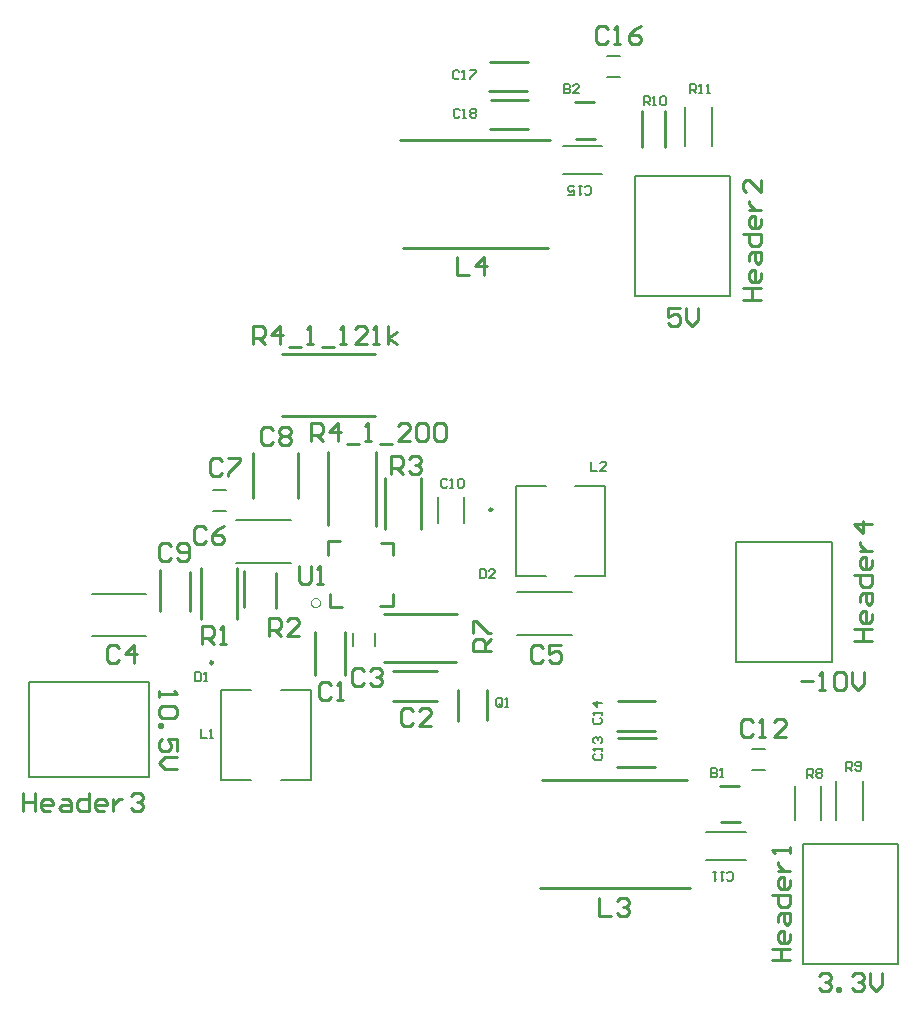
<source format=gto>
G04*
G04 #@! TF.GenerationSoftware,Altium Limited,Altium Designer,22.10.1 (41)*
G04*
G04 Layer_Color=65535*
%FSLAX25Y25*%
%MOIN*%
G70*
G04*
G04 #@! TF.SameCoordinates,856B5BD7-418A-478B-963B-D84CAA773F5C*
G04*
G04*
G04 #@! TF.FilePolarity,Positive*
G04*
G01*
G75*
%ADD10C,0.00394*%
%ADD11C,0.00984*%
%ADD12C,0.01000*%
%ADD13C,0.00787*%
%ADD14C,0.00700*%
D10*
X322378Y268657D02*
G03*
X322378Y268657I1414J-707D01*
G01*
D11*
X382579Y299153D02*
G03*
X382579Y299153I-492J0D01*
G01*
X289390Y248130D02*
G03*
X289390Y248130I-492J0D01*
G01*
D12*
X349378Y284157D02*
Y288158D01*
X345378D02*
X349378D01*
Y267158D02*
Y271188D01*
X345253Y267158D02*
X349378D01*
X327878Y284188D02*
Y288657D01*
X331848D01*
X328378Y266657D02*
X332408D01*
X328378D02*
Y271188D01*
X351677Y422217D02*
X401677D01*
X352677Y386216D02*
X401177D01*
X398520Y172862D02*
X448520D01*
X399020Y208862D02*
X447520D01*
X349575Y245256D02*
X364043D01*
X349575Y235256D02*
X364142D01*
X323543Y243929D02*
Y258496D01*
X333543Y244028D02*
Y258496D01*
X346358Y248327D02*
X370374D01*
X346358Y264469D02*
X370768D01*
X310433Y266339D02*
Y278150D01*
X299803Y266732D02*
Y278543D01*
X346756Y292783D02*
Y309784D01*
X358756Y292783D02*
Y309784D01*
X312402Y351181D02*
X343504D01*
X312402Y330315D02*
X343504D01*
X327658Y294193D02*
Y318209D01*
X343799Y293799D02*
Y318209D01*
X317736Y303051D02*
Y318051D01*
X302736Y303051D02*
Y318051D01*
X271878Y265476D02*
Y278976D01*
X281878Y265476D02*
Y278476D01*
X285437Y262567D02*
Y279567D01*
X297437Y262567D02*
Y279567D01*
X424409Y223130D02*
X437008D01*
X424213Y213386D02*
X436811D01*
X424311Y235236D02*
X436909D01*
X424114Y225492D02*
X436713D01*
X458890Y194882D02*
X465189D01*
X458591Y206968D02*
X464890D01*
X410165Y434921D02*
X416465D01*
X410465Y422835D02*
X416764D01*
X440059Y420177D02*
Y431988D01*
X432382Y420177D02*
Y431988D01*
X381594Y438681D02*
X394193D01*
X381791Y448425D02*
X394390D01*
X381791Y425886D02*
X394390D01*
X381988Y435630D02*
X394587D01*
X371260Y228642D02*
Y238878D01*
X380709Y229035D02*
Y238878D01*
X491500Y143598D02*
X492500Y144598D01*
X494499D01*
X495499Y143598D01*
Y142599D01*
X494499Y141599D01*
X493499D01*
X494499D01*
X495499Y140599D01*
Y139600D01*
X494499Y138600D01*
X492500D01*
X491500Y139600D01*
X497498Y138600D02*
Y139600D01*
X498498D01*
Y138600D01*
X497498D01*
X502496Y143598D02*
X503496Y144598D01*
X505496D01*
X506495Y143598D01*
Y142599D01*
X505496Y141599D01*
X504496D01*
X505496D01*
X506495Y140599D01*
Y139600D01*
X505496Y138600D01*
X503496D01*
X502496Y139600D01*
X508495Y144598D02*
Y140599D01*
X510494Y138600D01*
X512493Y140599D01*
Y144598D01*
X271400Y238800D02*
Y236801D01*
Y237800D01*
X277398D01*
X276398Y238800D01*
Y233802D02*
X277398Y232802D01*
Y230803D01*
X276398Y229803D01*
X272400D01*
X271400Y230803D01*
Y232802D01*
X272400Y233802D01*
X276398D01*
X271400Y227804D02*
X272400D01*
Y226804D01*
X271400D01*
Y227804D01*
X277398Y218807D02*
Y222805D01*
X274399D01*
X275399Y220806D01*
Y219806D01*
X274399Y218807D01*
X272400D01*
X271400Y219806D01*
Y221806D01*
X272400Y222805D01*
X277398Y216807D02*
X273399D01*
X271400Y214808D01*
X273399Y212808D01*
X277398D01*
X485600Y242099D02*
X489599D01*
X491598Y239100D02*
X493597D01*
X492598D01*
Y245098D01*
X491598Y244098D01*
X496596D02*
X497596Y245098D01*
X499595D01*
X500595Y244098D01*
Y240100D01*
X499595Y239100D01*
X497596D01*
X496596Y240100D01*
Y244098D01*
X502595Y245098D02*
Y241099D01*
X504594Y239100D01*
X506593Y241099D01*
Y245098D01*
X444999Y366198D02*
X441000D01*
Y363199D01*
X442999Y364199D01*
X443999D01*
X444999Y363199D01*
Y361200D01*
X443999Y360200D01*
X442000D01*
X441000Y361200D01*
X446998Y366198D02*
Y362199D01*
X448997Y360200D01*
X450997Y362199D01*
Y366198D01*
X318101Y280499D02*
Y275501D01*
X319101Y274501D01*
X321100D01*
X322100Y275501D01*
Y280499D01*
X324099Y274501D02*
X326099D01*
X325099D01*
Y280499D01*
X324099Y279499D01*
X503202Y255302D02*
X509200D01*
X506201D01*
Y259300D01*
X503202D01*
X509200D01*
Y264299D02*
Y262299D01*
X508200Y261300D01*
X506201D01*
X505201Y262299D01*
Y264299D01*
X506201Y265299D01*
X507200D01*
Y261300D01*
X505201Y268298D02*
Y270297D01*
X506201Y271297D01*
X509200D01*
Y268298D01*
X508200Y267298D01*
X507200Y268298D01*
Y271297D01*
X503202Y277295D02*
X509200D01*
Y274296D01*
X508200Y273296D01*
X506201D01*
X505201Y274296D01*
Y277295D01*
X509200Y282293D02*
Y280294D01*
X508200Y279294D01*
X506201D01*
X505201Y280294D01*
Y282293D01*
X506201Y283293D01*
X507200D01*
Y279294D01*
X505201Y285292D02*
X509200D01*
X507200D01*
X506201Y286292D01*
X505201Y287291D01*
Y288291D01*
X509200Y294289D02*
X503202D01*
X506201Y291290D01*
Y295289D01*
X466095Y369081D02*
X472093D01*
X469095D01*
Y373080D01*
X466095D01*
X472093D01*
Y378078D02*
Y376079D01*
X471094Y375079D01*
X469095D01*
X468095Y376079D01*
Y378078D01*
X469095Y379078D01*
X470094D01*
Y375079D01*
X468095Y382077D02*
Y384076D01*
X469095Y385076D01*
X472093D01*
Y382077D01*
X471094Y381077D01*
X470094Y382077D01*
Y385076D01*
X466095Y391074D02*
X472093D01*
Y388075D01*
X471094Y387075D01*
X469095D01*
X468095Y388075D01*
Y391074D01*
X472093Y396073D02*
Y394073D01*
X471094Y393074D01*
X469095D01*
X468095Y394073D01*
Y396073D01*
X469095Y397072D01*
X470094D01*
Y393074D01*
X468095Y399072D02*
X472093D01*
X470094D01*
X469095Y400071D01*
X468095Y401071D01*
Y402071D01*
X472093Y409068D02*
Y405070D01*
X468095Y409068D01*
X467095D01*
X466095Y408069D01*
Y406069D01*
X467095Y405070D01*
X226266Y204574D02*
Y198576D01*
Y201575D01*
X230265D01*
Y204574D01*
Y198576D01*
X235263D02*
X233264D01*
X232264Y199575D01*
Y201575D01*
X233264Y202574D01*
X235263D01*
X236263Y201575D01*
Y200575D01*
X232264D01*
X239262Y202574D02*
X241262D01*
X242261Y201575D01*
Y198576D01*
X239262D01*
X238262Y199575D01*
X239262Y200575D01*
X242261D01*
X248259Y204574D02*
Y198576D01*
X245260D01*
X244261Y199575D01*
Y201575D01*
X245260Y202574D01*
X248259D01*
X253258Y198576D02*
X251258D01*
X250259Y199575D01*
Y201575D01*
X251258Y202574D01*
X253258D01*
X254257Y201575D01*
Y200575D01*
X250259D01*
X256257Y202574D02*
Y198576D01*
Y200575D01*
X257256Y201575D01*
X258256Y202574D01*
X259256D01*
X262255Y203574D02*
X263254Y204574D01*
X265254D01*
X266253Y203574D01*
Y202574D01*
X265254Y201575D01*
X264254D01*
X265254D01*
X266253Y200575D01*
Y199575D01*
X265254Y198576D01*
X263254D01*
X262255Y199575D01*
X475741Y148861D02*
X481739D01*
X478740D01*
Y152859D01*
X475741D01*
X481739D01*
Y157858D02*
Y155858D01*
X480739Y154859D01*
X478740D01*
X477740Y155858D01*
Y157858D01*
X478740Y158857D01*
X479740D01*
Y154859D01*
X477740Y161856D02*
Y163856D01*
X478740Y164855D01*
X481739D01*
Y161856D01*
X480739Y160857D01*
X479740Y161856D01*
Y164855D01*
X475741Y170853D02*
X481739D01*
Y167854D01*
X480739Y166855D01*
X478740D01*
X477740Y167854D01*
Y170853D01*
X481739Y175852D02*
Y173852D01*
X480739Y172853D01*
X478740D01*
X477740Y173852D01*
Y175852D01*
X478740Y176851D01*
X479740D01*
Y172853D01*
X477740Y178851D02*
X481739D01*
X479740D01*
X478740Y179850D01*
X477740Y180850D01*
Y181850D01*
X481739Y184849D02*
Y186848D01*
Y185848D01*
X475741D01*
X476741Y184849D01*
X370691Y383412D02*
Y377414D01*
X374689D01*
X379688D02*
Y383412D01*
X376689Y380413D01*
X380687D01*
X418033Y169534D02*
Y163536D01*
X422032D01*
X424031Y168535D02*
X425031Y169534D01*
X427030D01*
X428030Y168535D01*
Y167535D01*
X427030Y166535D01*
X426030D01*
X427030D01*
X428030Y165536D01*
Y164536D01*
X427030Y163536D01*
X425031D01*
X424031Y164536D01*
X421069Y459422D02*
X420070Y460422D01*
X418070D01*
X417071Y459422D01*
Y455423D01*
X418070Y454424D01*
X420070D01*
X421069Y455423D01*
X423069Y454424D02*
X425068D01*
X424068D01*
Y460422D01*
X423069Y459422D01*
X432066Y460422D02*
X430066Y459422D01*
X428067Y457423D01*
Y455423D01*
X429067Y454424D01*
X431066D01*
X432066Y455423D01*
Y456423D01*
X431066Y457423D01*
X428067D01*
X469336Y228279D02*
X468336Y229279D01*
X466337D01*
X465337Y228279D01*
Y224280D01*
X466337Y223281D01*
X468336D01*
X469336Y224280D01*
X471335Y223281D02*
X473335D01*
X472335D01*
Y229279D01*
X471335Y228279D01*
X480332Y223281D02*
X476334D01*
X480332Y227279D01*
Y228279D01*
X479332Y229279D01*
X477333D01*
X476334Y228279D01*
X339847Y245503D02*
X338847Y246503D01*
X336848D01*
X335848Y245503D01*
Y241505D01*
X336848Y240505D01*
X338847D01*
X339847Y241505D01*
X341846Y245503D02*
X342846Y246503D01*
X344845D01*
X345845Y245503D01*
Y244504D01*
X344845Y243504D01*
X343846D01*
X344845D01*
X345845Y242504D01*
Y241505D01*
X344845Y240505D01*
X342846D01*
X341846Y241505D01*
X356087Y232019D02*
X355087Y233019D01*
X353088D01*
X352088Y232019D01*
Y228020D01*
X353088Y227021D01*
X355087D01*
X356087Y228020D01*
X362085Y227021D02*
X358086D01*
X362085Y231019D01*
Y232019D01*
X361085Y233019D01*
X359086D01*
X358086Y232019D01*
X328839Y240779D02*
X327839Y241779D01*
X325840D01*
X324840Y240779D01*
Y236780D01*
X325840Y235781D01*
X327839D01*
X328839Y236780D01*
X330838Y235781D02*
X332837D01*
X331838D01*
Y241779D01*
X330838Y240779D01*
X382034Y251990D02*
X376036D01*
Y254989D01*
X377036Y255989D01*
X379035D01*
X380035Y254989D01*
Y251990D01*
Y253989D02*
X382034Y255989D01*
X376036Y257988D02*
Y261987D01*
X377036D01*
X381035Y257988D01*
X382034D01*
X308202Y257101D02*
Y263099D01*
X311201D01*
X312200Y262099D01*
Y260100D01*
X311201Y259100D01*
X308202D01*
X310201D02*
X312200Y257101D01*
X318198D02*
X314200D01*
X318198Y261100D01*
Y262099D01*
X317199Y263099D01*
X315199D01*
X314200Y262099D01*
X399394Y253181D02*
X398394Y254180D01*
X396395D01*
X395395Y253181D01*
Y249182D01*
X396395Y248182D01*
X398394D01*
X399394Y249182D01*
X405392Y254180D02*
X401393D01*
Y251181D01*
X403393Y252181D01*
X404392D01*
X405392Y251181D01*
Y249182D01*
X404392Y248182D01*
X402393D01*
X401393Y249182D01*
X348840Y311174D02*
Y317172D01*
X351839D01*
X352839Y316173D01*
Y314173D01*
X351839Y313174D01*
X348840D01*
X350839D02*
X352839Y311174D01*
X354838Y316173D02*
X355838Y317172D01*
X357837D01*
X358837Y316173D01*
Y315173D01*
X357837Y314173D01*
X356838D01*
X357837D01*
X358837Y313174D01*
Y312174D01*
X357837Y311174D01*
X355838D01*
X354838Y312174D01*
X302808Y354401D02*
Y360399D01*
X305807D01*
X306806Y359399D01*
Y357400D01*
X305807Y356400D01*
X302808D01*
X304807D02*
X306806Y354401D01*
X311805D02*
Y360399D01*
X308806Y357400D01*
X312805D01*
X314804Y353401D02*
X318803D01*
X320802Y354401D02*
X322801D01*
X321802D01*
Y360399D01*
X320802Y359399D01*
X325800Y353401D02*
X329799D01*
X331798Y354401D02*
X333798D01*
X332798D01*
Y360399D01*
X331798Y359399D01*
X340795Y354401D02*
X336797D01*
X340795Y358400D01*
Y359399D01*
X339796Y360399D01*
X337796D01*
X336797Y359399D01*
X342795Y354401D02*
X344794D01*
X343794D01*
Y360399D01*
X342795Y359399D01*
X347793Y354401D02*
Y360399D01*
Y356400D02*
X350792Y358400D01*
X347793Y356400D02*
X350792Y354401D01*
X322007Y322001D02*
Y327999D01*
X325006D01*
X326006Y326999D01*
Y325000D01*
X325006Y324000D01*
X322007D01*
X324007D02*
X326006Y322001D01*
X331004D02*
Y327999D01*
X328005Y325000D01*
X332004D01*
X334003Y321001D02*
X338002D01*
X340002Y322001D02*
X342001D01*
X341001D01*
Y327999D01*
X340002Y326999D01*
X345000Y321001D02*
X348998D01*
X354997Y322001D02*
X350998D01*
X354997Y325999D01*
Y326999D01*
X353997Y327999D01*
X351998D01*
X350998Y326999D01*
X356996D02*
X357996Y327999D01*
X359995D01*
X360995Y326999D01*
Y323001D01*
X359995Y322001D01*
X357996D01*
X356996Y323001D01*
Y326999D01*
X362994D02*
X363994Y327999D01*
X365993D01*
X366993Y326999D01*
Y323001D01*
X365993Y322001D01*
X363994D01*
X362994Y323001D01*
Y326999D01*
X309532Y325621D02*
X308532Y326621D01*
X306533D01*
X305533Y325621D01*
Y321623D01*
X306533Y320623D01*
X308532D01*
X309532Y321623D01*
X311531Y325621D02*
X312531Y326621D01*
X314530D01*
X315530Y325621D01*
Y324622D01*
X314530Y323622D01*
X315530Y322622D01*
Y321623D01*
X314530Y320623D01*
X312531D01*
X311531Y321623D01*
Y322622D01*
X312531Y323622D01*
X311531Y324622D01*
Y325621D01*
X312531Y323622D02*
X314530D01*
X275575Y287137D02*
X274575Y288137D01*
X272576D01*
X271576Y287137D01*
Y283138D01*
X272576Y282139D01*
X274575D01*
X275575Y283138D01*
X277574D02*
X278574Y282139D01*
X280574D01*
X281573Y283138D01*
Y287137D01*
X280574Y288137D01*
X278574D01*
X277574Y287137D01*
Y286138D01*
X278574Y285138D01*
X281573D01*
X287091Y292747D02*
X286091Y293747D01*
X284092D01*
X283092Y292747D01*
Y288749D01*
X284092Y287749D01*
X286091D01*
X287091Y288749D01*
X293089Y293747D02*
X291090Y292747D01*
X289090Y290748D01*
Y288749D01*
X290090Y287749D01*
X292089D01*
X293089Y288749D01*
Y289748D01*
X292089Y290748D01*
X289090D01*
X292504Y315287D02*
X291505Y316286D01*
X289505D01*
X288506Y315287D01*
Y311288D01*
X289505Y310288D01*
X291505D01*
X292504Y311288D01*
X294504Y316286D02*
X298502D01*
Y315287D01*
X294504Y311288D01*
Y310288D01*
X285667Y254383D02*
Y260381D01*
X288666D01*
X289665Y259381D01*
Y257382D01*
X288666Y256382D01*
X285667D01*
X287666D02*
X289665Y254383D01*
X291665D02*
X293664D01*
X292664D01*
Y260381D01*
X291665Y259381D01*
X258252Y252984D02*
X257253Y253983D01*
X255253D01*
X254254Y252984D01*
Y248985D01*
X255253Y247985D01*
X257253D01*
X258252Y248985D01*
X263251Y247985D02*
Y253983D01*
X260252Y250984D01*
X264250D01*
D13*
X410236Y307087D02*
X420276D01*
X410236Y277165D02*
X420276D01*
X390354Y307087D02*
X400394D01*
X390354Y277165D02*
X400394D01*
X420276D02*
Y307087D01*
X390354Y277165D02*
Y307087D01*
X312106Y238976D02*
X322146D01*
X312106Y209055D02*
X322146D01*
X292224Y238976D02*
X302264D01*
X292224Y209055D02*
X302264D01*
X322146D02*
Y238976D01*
X292224Y209055D02*
Y238976D01*
X463780Y288405D02*
X495670D01*
X463780Y248405D02*
X495670D01*
Y288405D01*
X463780Y248406D02*
Y288405D01*
X430021Y370492D02*
Y410492D01*
X461910Y370492D02*
Y410492D01*
X430020Y370492D02*
X461910D01*
X430021Y410492D02*
X461910D01*
X227973Y241830D02*
X267972D01*
X227972Y209941D02*
X267972D01*
X227972D02*
Y241830D01*
X267972Y209941D02*
Y241830D01*
X486025Y147658D02*
Y187657D01*
X517914Y147657D02*
Y187657D01*
X486024Y147657D02*
X517914D01*
X486025Y187657D02*
X517914D01*
X420828Y443348D02*
X425159D01*
X420828Y450434D02*
X425159D01*
X469095Y212205D02*
X473425D01*
X469095Y219291D02*
X473425D01*
X343307Y253839D02*
Y258169D01*
X336221Y253839D02*
Y258169D01*
X390937Y271567D02*
X409063D01*
X390937Y257370D02*
X409063D01*
X297236Y295682D02*
X315363D01*
X297236Y281484D02*
X315363D01*
X289469Y298721D02*
X293799D01*
X289469Y305807D02*
X293799D01*
X249106Y256878D02*
X267233D01*
X249106Y271075D02*
X267233D01*
X453922Y191658D02*
X466962D01*
X453922Y182358D02*
X466962D01*
X506126Y195559D02*
Y208575D01*
X497220Y195559D02*
Y208575D01*
X483539Y195657D02*
Y207099D01*
X492052Y195657D02*
Y207099D01*
X455831Y420362D02*
Y433378D01*
X446925Y420362D02*
Y433378D01*
X406078Y410901D02*
X419118D01*
X406078Y420201D02*
X419118D01*
X373031Y294685D02*
Y303346D01*
X364567Y294685D02*
Y303346D01*
D14*
X406595Y440897D02*
Y437898D01*
X408095D01*
X408595Y438398D01*
Y438898D01*
X408095Y439398D01*
X406595D01*
X408095D01*
X408595Y439897D01*
Y440397D01*
X408095Y440897D01*
X406595D01*
X411594Y437898D02*
X409594D01*
X411594Y439897D01*
Y440397D01*
X411094Y440897D01*
X410094D01*
X409594Y440397D01*
X455520Y212944D02*
Y209945D01*
X457020D01*
X457520Y210445D01*
Y210945D01*
X457020Y211445D01*
X455520D01*
X457020D01*
X457520Y211945D01*
Y212445D01*
X457020Y212944D01*
X455520D01*
X458519Y209945D02*
X459519D01*
X459019D01*
Y212944D01*
X458519Y212445D01*
X487560Y209721D02*
Y212720D01*
X489059D01*
X489559Y212220D01*
Y211221D01*
X489059Y210721D01*
X487560D01*
X488560D02*
X489559Y209721D01*
X490559Y212220D02*
X491059Y212720D01*
X492058D01*
X492558Y212220D01*
Y211720D01*
X492058Y211221D01*
X492558Y210721D01*
Y210221D01*
X492058Y209721D01*
X491059D01*
X490559Y210221D01*
Y210721D01*
X491059Y211221D01*
X490559Y211720D01*
Y212220D01*
X491059Y211221D02*
X492058D01*
X500454Y212083D02*
Y215082D01*
X501953D01*
X502453Y214582D01*
Y213583D01*
X501953Y213083D01*
X500454D01*
X501453D02*
X502453Y212083D01*
X503453Y212583D02*
X503952Y212083D01*
X504952D01*
X505452Y212583D01*
Y214582D01*
X504952Y215082D01*
X503952D01*
X503453Y214582D01*
Y214083D01*
X503952Y213583D01*
X505452D01*
X460691Y176008D02*
X461191Y175508D01*
X462191D01*
X462691Y176008D01*
Y178007D01*
X462191Y178507D01*
X461191D01*
X460691Y178007D01*
X459692Y178507D02*
X458692D01*
X459192D01*
Y175508D01*
X459692Y176008D01*
X457192Y178507D02*
X456193D01*
X456693D01*
Y175508D01*
X457192Y176008D01*
X416674Y217719D02*
X416174Y217219D01*
Y216220D01*
X416674Y215720D01*
X418673D01*
X419173Y216220D01*
Y217219D01*
X418673Y217719D01*
X419173Y218719D02*
Y219718D01*
Y219219D01*
X416174D01*
X416674Y218719D01*
Y221218D02*
X416174Y221718D01*
Y222717D01*
X416674Y223217D01*
X417173D01*
X417673Y222717D01*
Y222218D01*
Y222717D01*
X418173Y223217D01*
X418673D01*
X419173Y222717D01*
Y221718D01*
X418673Y221218D01*
X416575Y229825D02*
X416075Y229326D01*
Y228326D01*
X416575Y227826D01*
X418574D01*
X419074Y228326D01*
Y229326D01*
X418574Y229825D01*
X419074Y230825D02*
Y231825D01*
Y231325D01*
X416075D01*
X416575Y230825D01*
X419074Y234824D02*
X416075D01*
X417575Y233324D01*
Y235324D01*
X433070Y433949D02*
Y436948D01*
X434570D01*
X435070Y436448D01*
Y435449D01*
X434570Y434949D01*
X433070D01*
X434070D02*
X435070Y433949D01*
X436069D02*
X437069D01*
X436569D01*
Y436948D01*
X436069Y436448D01*
X438568D02*
X439068Y436948D01*
X440068D01*
X440568Y436448D01*
Y434449D01*
X440068Y433949D01*
X439068D01*
X438568Y434449D01*
Y436448D01*
X448523Y437969D02*
Y440968D01*
X450022D01*
X450522Y440468D01*
Y439468D01*
X450022Y438969D01*
X448523D01*
X449522D02*
X450522Y437969D01*
X451522D02*
X452521D01*
X452022D01*
Y440968D01*
X451522Y440468D01*
X454021Y437969D02*
X455021D01*
X454521D01*
Y440968D01*
X454021Y440468D01*
X371558Y445102D02*
X371058Y445602D01*
X370058D01*
X369558Y445102D01*
Y443103D01*
X370058Y442603D01*
X371058D01*
X371558Y443103D01*
X372557Y442603D02*
X373557D01*
X373057D01*
Y445602D01*
X372557Y445102D01*
X375057Y445602D02*
X377056D01*
Y445102D01*
X375057Y443103D01*
Y442603D01*
X371755Y432307D02*
X371255Y432807D01*
X370255D01*
X369755Y432307D01*
Y430307D01*
X370255Y429808D01*
X371255D01*
X371755Y430307D01*
X372754Y429808D02*
X373754D01*
X373254D01*
Y432807D01*
X372754Y432307D01*
X375253D02*
X375753Y432807D01*
X376753D01*
X377253Y432307D01*
Y431807D01*
X376753Y431307D01*
X377253Y430807D01*
Y430307D01*
X376753Y429808D01*
X375753D01*
X375253Y430307D01*
Y430807D01*
X375753Y431307D01*
X375253Y431807D01*
Y432307D01*
X375753Y431307D02*
X376753D01*
X413348Y404552D02*
X413848Y404052D01*
X414847D01*
X415347Y404552D01*
Y406551D01*
X414847Y407051D01*
X413848D01*
X413348Y406551D01*
X412348Y407051D02*
X411348D01*
X411848D01*
Y404052D01*
X412348Y404552D01*
X407850Y404052D02*
X409849D01*
Y405551D01*
X408849Y405051D01*
X408350D01*
X407850Y405551D01*
Y406551D01*
X408350Y407051D01*
X409349D01*
X409849Y406551D01*
X367542Y308972D02*
X367042Y309472D01*
X366042D01*
X365543Y308972D01*
Y306973D01*
X366042Y306473D01*
X367042D01*
X367542Y306973D01*
X368542Y306473D02*
X369541D01*
X369041D01*
Y309472D01*
X368542Y308972D01*
X371041D02*
X371541Y309472D01*
X372540D01*
X373040Y308972D01*
Y306973D01*
X372540Y306473D01*
X371541D01*
X371041Y306973D01*
Y308972D01*
X378406Y279255D02*
Y276256D01*
X379906D01*
X380406Y276756D01*
Y278756D01*
X379906Y279255D01*
X378406D01*
X383405Y276256D02*
X381405D01*
X383405Y278256D01*
Y278756D01*
X382905Y279255D01*
X381905D01*
X381405Y278756D01*
X283532Y245004D02*
Y242004D01*
X285032D01*
X285531Y242504D01*
Y244504D01*
X285032Y245004D01*
X283532D01*
X286531Y242004D02*
X287531D01*
X287031D01*
Y245004D01*
X286531Y244504D01*
X285301Y225999D02*
Y223001D01*
X287300D01*
X288300D02*
X289299D01*
X288800D01*
Y225999D01*
X288300Y225500D01*
X415513Y315082D02*
Y312083D01*
X417512D01*
X420511D02*
X418512D01*
X420511Y314083D01*
Y314582D01*
X420011Y315082D01*
X419011D01*
X418512Y314582D01*
X385925Y233910D02*
Y235909D01*
X385425Y236409D01*
X384426D01*
X383926Y235909D01*
Y233910D01*
X384426Y233410D01*
X385425D01*
X384926Y234410D02*
X385925Y233410D01*
X385425D02*
X385925Y233910D01*
X386925Y233410D02*
X387925D01*
X387425D01*
Y236409D01*
X386925Y235909D01*
M02*

</source>
